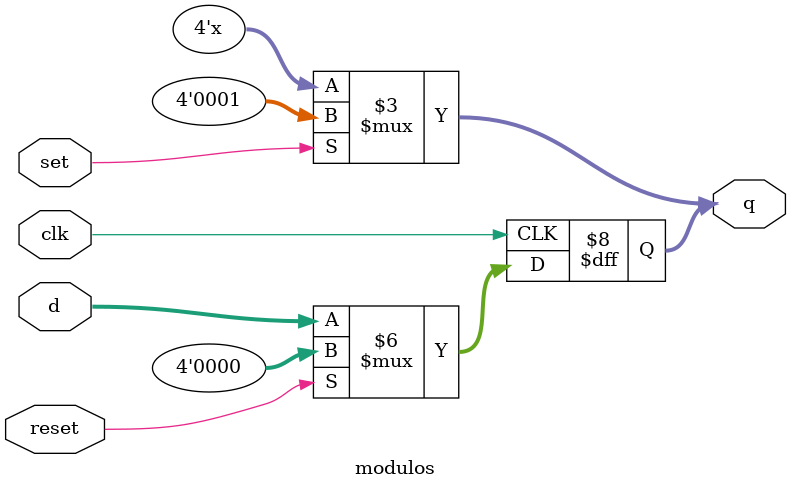
<source format=sv>
module modulos(input logic clk,
	input logic reset,
	input logic set,
	input logic [3:0] d,
	output logic [3:0] q);

	always_ff @(posedge clk)
		if (reset)
			q <= 0;
		else
			q <= d;

	always @(set)
		if (set)
			q <= 1;
endmodule

</source>
